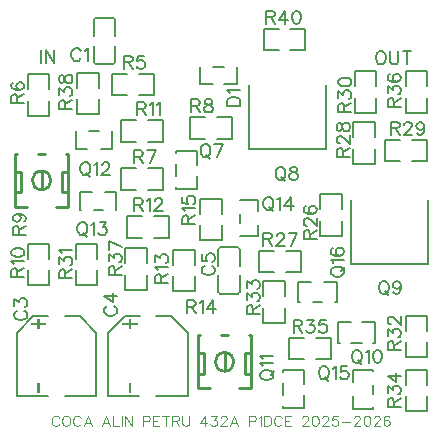
<source format=gto>
G04 Layer: TopSilkscreenLayer*
G04 EasyEDA v6.5.51, 2026-01-23 20:44:13*
G04 9b21f2c40fdd485a9a18e9c23a84d7e9,fbdf34f9d0754eb9a98e5c232fff75f3,10*
G04 Gerber Generator version 0.2*
G04 Scale: 100 percent, Rotated: No, Reflected: No *
G04 Dimensions in millimeters *
G04 leading zeros omitted , absolute positions ,4 integer and 5 decimal *
%FSLAX45Y45*%
%MOMM*%

%ADD10C,0.1030*%
%ADD11C,0.1520*%
%ADD12C,0.1524*%
%ADD13C,0.1270*%
%ADD14C,0.1520*%
%ADD15C,0.2540*%
%ADD16C,0.0144*%

%LPD*%
D10*
X632968Y299212D02*
G01*
X628904Y307339D01*
X620776Y315721D01*
X612647Y319786D01*
X596137Y319786D01*
X588010Y315721D01*
X579628Y307339D01*
X575563Y299212D01*
X571500Y286765D01*
X571500Y266446D01*
X575563Y254000D01*
X579628Y245871D01*
X588010Y237744D01*
X596137Y233426D01*
X612647Y233426D01*
X620776Y237744D01*
X628904Y245871D01*
X632968Y254000D01*
X684784Y319786D02*
G01*
X676655Y315721D01*
X668273Y307339D01*
X664210Y299212D01*
X660145Y286765D01*
X660145Y266446D01*
X664210Y254000D01*
X668273Y245871D01*
X676655Y237744D01*
X684784Y233426D01*
X701294Y233426D01*
X709421Y237744D01*
X717550Y245871D01*
X721613Y254000D01*
X725931Y266446D01*
X725931Y286765D01*
X721613Y299212D01*
X717550Y307339D01*
X709421Y315721D01*
X701294Y319786D01*
X684784Y319786D01*
X814578Y299212D02*
G01*
X810260Y307339D01*
X802131Y315721D01*
X794004Y319786D01*
X777494Y319786D01*
X769365Y315721D01*
X761237Y307339D01*
X756920Y299212D01*
X752855Y286765D01*
X752855Y266446D01*
X756920Y254000D01*
X761237Y245871D01*
X769365Y237744D01*
X777494Y233426D01*
X794004Y233426D01*
X802131Y237744D01*
X810260Y245871D01*
X814578Y254000D01*
X874521Y319786D02*
G01*
X841502Y233426D01*
X874521Y319786D02*
G01*
X907287Y233426D01*
X853947Y262381D02*
G01*
X894842Y262381D01*
X1030478Y319786D02*
G01*
X997457Y233426D01*
X1030478Y319786D02*
G01*
X1063244Y233426D01*
X1009904Y262381D02*
G01*
X1050797Y262381D01*
X1090421Y319786D02*
G01*
X1090421Y233426D01*
X1090421Y233426D02*
G01*
X1139444Y233426D01*
X1166621Y319786D02*
G01*
X1166621Y233426D01*
X1193800Y319786D02*
G01*
X1193800Y233426D01*
X1193800Y319786D02*
G01*
X1251204Y233426D01*
X1251204Y319786D02*
G01*
X1251204Y233426D01*
X1341628Y319786D02*
G01*
X1341628Y233426D01*
X1341628Y319786D02*
G01*
X1378457Y319786D01*
X1390650Y315721D01*
X1394968Y311404D01*
X1399031Y303276D01*
X1399031Y291084D01*
X1394968Y282702D01*
X1390650Y278637D01*
X1378457Y274573D01*
X1341628Y274573D01*
X1425955Y319786D02*
G01*
X1425955Y233426D01*
X1425955Y319786D02*
G01*
X1479550Y319786D01*
X1425955Y278637D02*
G01*
X1458976Y278637D01*
X1425955Y233426D02*
G01*
X1479550Y233426D01*
X1535176Y319786D02*
G01*
X1535176Y233426D01*
X1506473Y319786D02*
G01*
X1563878Y319786D01*
X1591055Y319786D02*
G01*
X1591055Y233426D01*
X1591055Y319786D02*
G01*
X1627886Y319786D01*
X1640331Y315721D01*
X1644395Y311404D01*
X1648460Y303276D01*
X1648460Y295147D01*
X1644395Y286765D01*
X1640331Y282702D01*
X1627886Y278637D01*
X1591055Y278637D01*
X1619757Y278637D02*
G01*
X1648460Y233426D01*
X1675637Y319786D02*
G01*
X1675637Y258063D01*
X1679702Y245871D01*
X1687829Y237744D01*
X1700276Y233426D01*
X1708404Y233426D01*
X1720850Y237744D01*
X1728978Y245871D01*
X1733042Y258063D01*
X1733042Y319786D01*
X1864360Y319786D02*
G01*
X1823465Y262381D01*
X1884934Y262381D01*
X1864360Y319786D02*
G01*
X1864360Y233426D01*
X1920239Y319786D02*
G01*
X1965452Y319786D01*
X1940813Y286765D01*
X1953006Y286765D01*
X1961388Y282702D01*
X1965452Y278637D01*
X1969515Y266446D01*
X1969515Y258063D01*
X1965452Y245871D01*
X1957070Y237744D01*
X1944877Y233426D01*
X1932686Y233426D01*
X1920239Y237744D01*
X1916176Y241807D01*
X1912112Y249936D01*
X2000758Y299212D02*
G01*
X2000758Y303276D01*
X2004822Y311404D01*
X2008886Y315721D01*
X2017013Y319786D01*
X2033524Y319786D01*
X2041652Y315721D01*
X2045970Y311404D01*
X2050034Y303276D01*
X2050034Y295147D01*
X2045970Y286765D01*
X2037588Y274573D01*
X1996693Y233426D01*
X2054097Y233426D01*
X2114041Y319786D02*
G01*
X2081022Y233426D01*
X2114041Y319786D02*
G01*
X2146808Y233426D01*
X2093468Y262381D02*
G01*
X2134615Y262381D01*
X2237231Y319786D02*
G01*
X2237231Y233426D01*
X2237231Y319786D02*
G01*
X2274061Y319786D01*
X2286254Y315721D01*
X2290572Y311404D01*
X2294636Y303276D01*
X2294636Y291084D01*
X2290572Y282702D01*
X2286254Y278637D01*
X2274061Y274573D01*
X2237231Y274573D01*
X2321559Y303276D02*
G01*
X2329941Y307339D01*
X2342134Y319786D01*
X2342134Y233426D01*
X2369311Y319786D02*
G01*
X2369311Y233426D01*
X2369311Y319786D02*
G01*
X2398013Y319786D01*
X2410206Y315721D01*
X2418588Y307339D01*
X2422652Y299212D01*
X2426715Y286765D01*
X2426715Y266446D01*
X2422652Y254000D01*
X2418588Y245871D01*
X2410206Y237744D01*
X2398013Y233426D01*
X2369311Y233426D01*
X2515361Y299212D02*
G01*
X2511297Y307339D01*
X2503170Y315721D01*
X2494788Y319786D01*
X2478531Y319786D01*
X2470150Y315721D01*
X2462022Y307339D01*
X2457958Y299212D01*
X2453893Y286765D01*
X2453893Y266446D01*
X2457958Y254000D01*
X2462022Y245871D01*
X2470150Y237744D01*
X2478531Y233426D01*
X2494788Y233426D01*
X2503170Y237744D01*
X2511297Y245871D01*
X2515361Y254000D01*
X2542540Y319786D02*
G01*
X2542540Y233426D01*
X2542540Y319786D02*
G01*
X2595879Y319786D01*
X2542540Y278637D02*
G01*
X2575306Y278637D01*
X2542540Y233426D02*
G01*
X2595879Y233426D01*
X2690368Y299212D02*
G01*
X2690368Y303276D01*
X2694431Y311404D01*
X2698495Y315721D01*
X2706624Y319786D01*
X2723134Y319786D01*
X2731261Y315721D01*
X2735325Y311404D01*
X2739390Y303276D01*
X2739390Y295147D01*
X2735325Y286765D01*
X2727197Y274573D01*
X2686050Y233426D01*
X2743708Y233426D01*
X2795270Y319786D02*
G01*
X2783077Y315721D01*
X2774695Y303276D01*
X2770631Y282702D01*
X2770631Y270510D01*
X2774695Y249936D01*
X2783077Y237744D01*
X2795270Y233426D01*
X2803652Y233426D01*
X2815843Y237744D01*
X2823972Y249936D01*
X2828290Y270510D01*
X2828290Y282702D01*
X2823972Y303276D01*
X2815843Y315721D01*
X2803652Y319786D01*
X2795270Y319786D01*
X2859277Y299212D02*
G01*
X2859277Y303276D01*
X2863595Y311404D01*
X2867659Y315721D01*
X2875788Y319786D01*
X2892297Y319786D01*
X2900425Y315721D01*
X2904490Y311404D01*
X2908554Y303276D01*
X2908554Y295147D01*
X2904490Y286765D01*
X2896361Y274573D01*
X2855213Y233426D01*
X2912618Y233426D01*
X2989072Y319786D02*
G01*
X2947924Y319786D01*
X2943859Y282702D01*
X2947924Y286765D01*
X2960370Y291084D01*
X2972561Y291084D01*
X2985008Y286765D01*
X2993136Y278637D01*
X2997200Y266446D01*
X2997200Y258063D01*
X2993136Y245871D01*
X2985008Y237744D01*
X2972561Y233426D01*
X2960370Y233426D01*
X2947924Y237744D01*
X2943859Y241807D01*
X2939795Y249936D01*
X3024377Y270510D02*
G01*
X3098291Y270510D01*
X3129534Y299212D02*
G01*
X3129534Y303276D01*
X3133597Y311404D01*
X3137661Y315721D01*
X3145790Y319786D01*
X3162300Y319786D01*
X3170427Y315721D01*
X3174491Y311404D01*
X3178809Y303276D01*
X3178809Y295147D01*
X3174491Y286765D01*
X3166363Y274573D01*
X3125470Y233426D01*
X3182874Y233426D01*
X3234436Y319786D02*
G01*
X3222243Y315721D01*
X3214115Y303276D01*
X3209797Y282702D01*
X3209797Y270510D01*
X3214115Y249936D01*
X3222243Y237744D01*
X3234436Y233426D01*
X3242818Y233426D01*
X3255009Y237744D01*
X3263138Y249936D01*
X3267456Y270510D01*
X3267456Y282702D01*
X3263138Y303276D01*
X3255009Y315721D01*
X3242818Y319786D01*
X3234436Y319786D01*
X3298443Y299212D02*
G01*
X3298443Y303276D01*
X3302761Y311404D01*
X3306825Y315721D01*
X3314954Y319786D01*
X3331463Y319786D01*
X3339591Y315721D01*
X3343656Y311404D01*
X3347720Y303276D01*
X3347720Y295147D01*
X3343656Y286765D01*
X3335527Y274573D01*
X3294379Y233426D01*
X3352038Y233426D01*
X3428238Y307339D02*
G01*
X3424174Y315721D01*
X3411727Y319786D01*
X3403600Y319786D01*
X3391408Y315721D01*
X3383025Y303276D01*
X3378961Y282702D01*
X3378961Y262381D01*
X3383025Y245871D01*
X3391408Y237744D01*
X3403600Y233426D01*
X3407663Y233426D01*
X3420109Y237744D01*
X3428238Y245871D01*
X3432302Y258063D01*
X3432302Y262381D01*
X3428238Y274573D01*
X3420109Y282702D01*
X3407663Y286765D01*
X3403600Y286765D01*
X3391408Y282702D01*
X3383025Y274573D01*
X3378961Y262381D01*
D11*
X482597Y3417300D02*
G01*
X482597Y3308334D01*
X516887Y3417300D02*
G01*
X516887Y3308334D01*
X516887Y3417300D02*
G01*
X589531Y3308334D01*
X589531Y3417300D02*
G01*
X589531Y3308334D01*
X3345931Y3404613D02*
G01*
X3335517Y3399533D01*
X3325103Y3389119D01*
X3319769Y3378705D01*
X3314689Y3362957D01*
X3314689Y3337049D01*
X3319769Y3321555D01*
X3325103Y3311141D01*
X3335517Y3300727D01*
X3345931Y3295647D01*
X3366759Y3295647D01*
X3376919Y3300727D01*
X3387333Y3311141D01*
X3392667Y3321555D01*
X3397747Y3337049D01*
X3397747Y3362957D01*
X3392667Y3378705D01*
X3387333Y3389119D01*
X3376919Y3399533D01*
X3366759Y3404613D01*
X3345931Y3404613D01*
X3432037Y3404613D02*
G01*
X3432037Y3326635D01*
X3437371Y3311141D01*
X3447785Y3300727D01*
X3463279Y3295647D01*
X3473693Y3295647D01*
X3489187Y3300727D01*
X3499601Y3311141D01*
X3504935Y3326635D01*
X3504935Y3404613D01*
X3575547Y3404613D02*
G01*
X3575547Y3295647D01*
X3539225Y3404613D02*
G01*
X3611869Y3404613D01*
D12*
X814567Y3404113D02*
G01*
X809233Y3414527D01*
X798819Y3424941D01*
X788659Y3430021D01*
X767831Y3430021D01*
X757417Y3424941D01*
X747003Y3414527D01*
X741669Y3404113D01*
X736589Y3388365D01*
X736589Y3362457D01*
X741669Y3346963D01*
X747003Y3336549D01*
X757417Y3326135D01*
X767831Y3321055D01*
X788659Y3321055D01*
X798819Y3326135D01*
X809233Y3336549D01*
X814567Y3346963D01*
X848857Y3409193D02*
G01*
X859271Y3414527D01*
X874765Y3430021D01*
X874765Y3321055D01*
X278892Y1208275D02*
G01*
X268478Y1202941D01*
X258063Y1192527D01*
X252984Y1182367D01*
X252984Y1161539D01*
X258063Y1151125D01*
X268478Y1140711D01*
X278892Y1135377D01*
X294639Y1130297D01*
X320547Y1130297D01*
X336042Y1135377D01*
X346455Y1140711D01*
X356870Y1151125D01*
X361950Y1161539D01*
X361950Y1182367D01*
X356870Y1192527D01*
X346455Y1202941D01*
X336042Y1208275D01*
X252984Y1252979D02*
G01*
X252984Y1310129D01*
X294639Y1278887D01*
X294639Y1294381D01*
X299720Y1304795D01*
X304800Y1310129D01*
X320547Y1315209D01*
X330962Y1315209D01*
X346455Y1310129D01*
X356870Y1299715D01*
X361950Y1283967D01*
X361950Y1268473D01*
X356870Y1252979D01*
X351789Y1247645D01*
X341376Y1242565D01*
X1040886Y1246372D02*
G01*
X1030472Y1241038D01*
X1020058Y1230624D01*
X1014978Y1220464D01*
X1014978Y1199636D01*
X1020058Y1189222D01*
X1030472Y1178808D01*
X1040886Y1173474D01*
X1056634Y1168394D01*
X1082542Y1168394D01*
X1098036Y1173474D01*
X1108450Y1178808D01*
X1118864Y1189222D01*
X1123944Y1199636D01*
X1123944Y1220464D01*
X1118864Y1230624D01*
X1108450Y1241038D01*
X1098036Y1246372D01*
X1014978Y1332478D02*
G01*
X1087622Y1280662D01*
X1087622Y1358640D01*
X1014978Y1332478D02*
G01*
X1123944Y1332478D01*
X1866386Y1589275D02*
G01*
X1855972Y1583941D01*
X1845558Y1573527D01*
X1840478Y1563367D01*
X1840478Y1542539D01*
X1845558Y1532125D01*
X1855972Y1521711D01*
X1866386Y1516377D01*
X1882134Y1511297D01*
X1908042Y1511297D01*
X1923536Y1516377D01*
X1933950Y1521711D01*
X1944364Y1532125D01*
X1949444Y1542539D01*
X1949444Y1563367D01*
X1944364Y1573527D01*
X1933950Y1583941D01*
X1923536Y1589275D01*
X1840478Y1685795D02*
G01*
X1840478Y1633979D01*
X1887214Y1628645D01*
X1882134Y1633979D01*
X1876800Y1649473D01*
X1876800Y1664967D01*
X1882134Y1680715D01*
X1892294Y1691129D01*
X1908042Y1696209D01*
X1918456Y1696209D01*
X1933950Y1691129D01*
X1944364Y1680715D01*
X1949444Y1664967D01*
X1949444Y1649473D01*
X1944364Y1633979D01*
X1939284Y1628645D01*
X1928870Y1623565D01*
X2056378Y2946400D02*
G01*
X2165344Y2946400D01*
X2056378Y2946400D02*
G01*
X2056378Y2982721D01*
X2061458Y2998470D01*
X2071872Y3008629D01*
X2082286Y3013963D01*
X2098034Y3019044D01*
X2123942Y3019044D01*
X2139436Y3013963D01*
X2149850Y3008629D01*
X2160264Y2998470D01*
X2165344Y2982721D01*
X2165344Y2946400D01*
X2077206Y3053334D02*
G01*
X2071872Y3063747D01*
X2056378Y3079496D01*
X2165344Y3079496D01*
X1860047Y2617215D02*
G01*
X1849633Y2612136D01*
X1839219Y2601721D01*
X1833885Y2591307D01*
X1828805Y2575560D01*
X1828805Y2549652D01*
X1833885Y2534157D01*
X1839219Y2523744D01*
X1849633Y2513329D01*
X1860047Y2508250D01*
X1880875Y2508250D01*
X1891035Y2513329D01*
X1901449Y2523744D01*
X1906783Y2534157D01*
X1911863Y2549652D01*
X1911863Y2575560D01*
X1906783Y2591307D01*
X1901449Y2601721D01*
X1891035Y2612136D01*
X1880875Y2617215D01*
X1860047Y2617215D01*
X1875541Y2528823D02*
G01*
X1906783Y2497836D01*
X2019051Y2617215D02*
G01*
X1966981Y2508250D01*
X1946153Y2617215D02*
G01*
X2019051Y2617215D01*
X2494894Y2426766D02*
G01*
X2484480Y2421432D01*
X2474066Y2411272D01*
X2468986Y2400858D01*
X2463906Y2385110D01*
X2463906Y2359202D01*
X2468986Y2343708D01*
X2474066Y2333294D01*
X2484480Y2322880D01*
X2494894Y2317546D01*
X2515722Y2317546D01*
X2526136Y2322880D01*
X2536550Y2333294D01*
X2541630Y2343708D01*
X2546964Y2359202D01*
X2546964Y2385110D01*
X2541630Y2400858D01*
X2536550Y2411272D01*
X2526136Y2421432D01*
X2515722Y2426766D01*
X2494894Y2426766D01*
X2510642Y2338374D02*
G01*
X2541630Y2307132D01*
X2607162Y2426766D02*
G01*
X2591668Y2421432D01*
X2586334Y2411272D01*
X2586334Y2400858D01*
X2591668Y2390444D01*
X2602082Y2385110D01*
X2622656Y2380030D01*
X2638404Y2374696D01*
X2648818Y2364282D01*
X2653898Y2354122D01*
X2653898Y2338374D01*
X2648818Y2327960D01*
X2643484Y2322880D01*
X2627990Y2317546D01*
X2607162Y2317546D01*
X2591668Y2322880D01*
X2586334Y2327960D01*
X2581254Y2338374D01*
X2581254Y2354122D01*
X2586334Y2364282D01*
X2596748Y2374696D01*
X2612496Y2380030D01*
X2633070Y2385110D01*
X2643484Y2390444D01*
X2648818Y2400858D01*
X2648818Y2411272D01*
X2643484Y2421432D01*
X2627990Y2426766D01*
X2607162Y2426766D01*
X3371194Y1461566D02*
G01*
X3360780Y1456232D01*
X3350366Y1446072D01*
X3345286Y1435658D01*
X3340206Y1419910D01*
X3340206Y1394002D01*
X3345286Y1378508D01*
X3350366Y1368094D01*
X3360780Y1357680D01*
X3371194Y1352346D01*
X3392022Y1352346D01*
X3402436Y1357680D01*
X3412850Y1368094D01*
X3417930Y1378508D01*
X3423264Y1394002D01*
X3423264Y1419910D01*
X3417930Y1435658D01*
X3412850Y1446072D01*
X3402436Y1456232D01*
X3392022Y1461566D01*
X3371194Y1461566D01*
X3386942Y1373174D02*
G01*
X3417930Y1341932D01*
X3525118Y1425244D02*
G01*
X3519784Y1409496D01*
X3509370Y1399082D01*
X3493876Y1394002D01*
X3488796Y1394002D01*
X3473048Y1399082D01*
X3462634Y1409496D01*
X3457554Y1425244D01*
X3457554Y1430324D01*
X3462634Y1446072D01*
X3473048Y1456232D01*
X3488796Y1461566D01*
X3493876Y1461566D01*
X3509370Y1456232D01*
X3519784Y1446072D01*
X3525118Y1425244D01*
X3525118Y1399082D01*
X3519784Y1373174D01*
X3509370Y1357680D01*
X3493876Y1352346D01*
X3483462Y1352346D01*
X3467968Y1357680D01*
X3462634Y1368094D01*
X3142574Y877315D02*
G01*
X3132160Y872236D01*
X3122000Y861821D01*
X3116666Y851407D01*
X3111586Y835660D01*
X3111586Y809752D01*
X3116666Y794257D01*
X3122000Y783844D01*
X3132160Y773429D01*
X3142574Y768350D01*
X3163402Y768350D01*
X3173816Y773429D01*
X3184230Y783844D01*
X3189310Y794257D01*
X3194644Y809752D01*
X3194644Y835660D01*
X3189310Y851407D01*
X3184230Y861821D01*
X3173816Y872236D01*
X3163402Y877315D01*
X3142574Y877315D01*
X3158322Y788923D02*
G01*
X3189310Y757936D01*
X3228934Y856487D02*
G01*
X3239348Y861821D01*
X3254842Y877315D01*
X3254842Y768350D01*
X3320374Y877315D02*
G01*
X3304880Y872236D01*
X3294466Y856487D01*
X3289132Y830579D01*
X3289132Y815086D01*
X3294466Y788923D01*
X3304880Y773429D01*
X3320374Y768350D01*
X3330788Y768350D01*
X3346282Y773429D01*
X3356696Y788923D01*
X3362030Y815086D01*
X3362030Y830579D01*
X3356696Y856487D01*
X3346282Y872236D01*
X3330788Y877315D01*
X3320374Y877315D01*
X2335778Y653542D02*
G01*
X2340858Y643128D01*
X2351272Y632713D01*
X2361686Y627379D01*
X2377434Y622300D01*
X2403342Y622300D01*
X2418836Y627379D01*
X2429250Y632713D01*
X2439664Y643128D01*
X2444744Y653542D01*
X2444744Y674370D01*
X2439664Y684529D01*
X2429250Y694944D01*
X2418836Y700278D01*
X2403342Y705357D01*
X2377434Y705357D01*
X2361686Y700278D01*
X2351272Y694944D01*
X2340858Y684529D01*
X2335778Y674370D01*
X2335778Y653542D01*
X2424170Y669036D02*
G01*
X2455158Y700278D01*
X2356606Y739647D02*
G01*
X2351272Y750062D01*
X2335778Y765810D01*
X2444744Y765810D01*
X2356606Y800100D02*
G01*
X2351272Y810260D01*
X2335778Y826007D01*
X2444744Y826007D01*
X1181100Y3366515D02*
G01*
X1181100Y3257550D01*
X1181100Y3366515D02*
G01*
X1227836Y3366515D01*
X1243329Y3361436D01*
X1248663Y3356102D01*
X1253744Y3345687D01*
X1253744Y3335273D01*
X1248663Y3324860D01*
X1243329Y3319779D01*
X1227836Y3314700D01*
X1181100Y3314700D01*
X1217421Y3314700D02*
G01*
X1253744Y3257550D01*
X1350518Y3366515D02*
G01*
X1298447Y3366515D01*
X1293368Y3319779D01*
X1298447Y3324860D01*
X1314195Y3330194D01*
X1329689Y3330194D01*
X1345184Y3324860D01*
X1355597Y3314700D01*
X1360931Y3298952D01*
X1360931Y3288537D01*
X1355597Y3273044D01*
X1345184Y3262629D01*
X1329689Y3257550D01*
X1314195Y3257550D01*
X1298447Y3262629D01*
X1293368Y3267710D01*
X1288034Y3278123D01*
X227584Y2971794D02*
G01*
X336550Y2971794D01*
X227584Y2971794D02*
G01*
X227584Y3018530D01*
X232663Y3034024D01*
X237997Y3039358D01*
X248412Y3044438D01*
X258826Y3044438D01*
X269239Y3039358D01*
X274320Y3034024D01*
X279400Y3018530D01*
X279400Y2971794D01*
X279400Y3008116D02*
G01*
X336550Y3044438D01*
X243078Y3141212D02*
G01*
X232663Y3135878D01*
X227584Y3120384D01*
X227584Y3109970D01*
X232663Y3094476D01*
X248412Y3084062D01*
X274320Y3078728D01*
X300228Y3078728D01*
X321055Y3084062D01*
X331470Y3094476D01*
X336550Y3109970D01*
X336550Y3115304D01*
X331470Y3130798D01*
X321055Y3141212D01*
X305562Y3146292D01*
X300228Y3146292D01*
X284734Y3141212D01*
X274320Y3130798D01*
X269239Y3115304D01*
X269239Y3109970D01*
X274320Y3094476D01*
X284734Y3084062D01*
X300228Y3078728D01*
X1270000Y2566415D02*
G01*
X1270000Y2457450D01*
X1270000Y2566415D02*
G01*
X1316736Y2566415D01*
X1332229Y2561336D01*
X1337563Y2556002D01*
X1342644Y2545587D01*
X1342644Y2535173D01*
X1337563Y2524760D01*
X1332229Y2519679D01*
X1316736Y2514600D01*
X1270000Y2514600D01*
X1306321Y2514600D02*
G01*
X1342644Y2457450D01*
X1449831Y2566415D02*
G01*
X1397762Y2457450D01*
X1376934Y2566415D02*
G01*
X1449831Y2566415D01*
X1752594Y2998210D02*
G01*
X1752594Y2889244D01*
X1752594Y2998210D02*
G01*
X1799330Y2998210D01*
X1814824Y2993130D01*
X1820158Y2987796D01*
X1825238Y2977382D01*
X1825238Y2966968D01*
X1820158Y2956554D01*
X1814824Y2951474D01*
X1799330Y2946394D01*
X1752594Y2946394D01*
X1788916Y2946394D02*
G01*
X1825238Y2889244D01*
X1885690Y2998210D02*
G01*
X1869942Y2993130D01*
X1864862Y2982716D01*
X1864862Y2972302D01*
X1869942Y2961888D01*
X1880356Y2956554D01*
X1901184Y2951474D01*
X1916678Y2946394D01*
X1927092Y2935980D01*
X1932426Y2925566D01*
X1932426Y2909818D01*
X1927092Y2899404D01*
X1922012Y2894324D01*
X1906264Y2889244D01*
X1885690Y2889244D01*
X1869942Y2894324D01*
X1864862Y2899404D01*
X1859528Y2909818D01*
X1859528Y2925566D01*
X1864862Y2935980D01*
X1875276Y2946394D01*
X1890770Y2951474D01*
X1911598Y2956554D01*
X1922012Y2961888D01*
X1927092Y2972302D01*
X1927092Y2982716D01*
X1922012Y2993130D01*
X1906264Y2998210D01*
X1885690Y2998210D01*
X240284Y1854200D02*
G01*
X349250Y1854200D01*
X240284Y1854200D02*
G01*
X240284Y1900936D01*
X245363Y1916429D01*
X250697Y1921763D01*
X261112Y1926844D01*
X271526Y1926844D01*
X281939Y1921763D01*
X287020Y1916429D01*
X292100Y1900936D01*
X292100Y1854200D01*
X292100Y1890521D02*
G01*
X349250Y1926844D01*
X276605Y2028697D02*
G01*
X292100Y2023618D01*
X302513Y2013204D01*
X307847Y1997710D01*
X307847Y1992376D01*
X302513Y1976881D01*
X292100Y1966468D01*
X276605Y1961134D01*
X271526Y1961134D01*
X255778Y1966468D01*
X245363Y1976881D01*
X240284Y1992376D01*
X240284Y1997710D01*
X245363Y2013204D01*
X255778Y2023618D01*
X276605Y2028697D01*
X302513Y2028697D01*
X328676Y2023618D01*
X344170Y2013204D01*
X349250Y1997710D01*
X349250Y1987296D01*
X344170Y1971547D01*
X333755Y1966468D01*
X227584Y1498610D02*
G01*
X336550Y1498610D01*
X227584Y1498610D02*
G01*
X227584Y1545346D01*
X232663Y1560840D01*
X237997Y1566174D01*
X248412Y1571254D01*
X258826Y1571254D01*
X269239Y1566174D01*
X274320Y1560840D01*
X279400Y1545346D01*
X279400Y1498610D01*
X279400Y1534932D02*
G01*
X336550Y1571254D01*
X248412Y1605544D02*
G01*
X243078Y1615958D01*
X227584Y1631706D01*
X336550Y1631706D01*
X227584Y1696984D02*
G01*
X232663Y1681490D01*
X248412Y1671076D01*
X274320Y1665996D01*
X289813Y1665996D01*
X315976Y1671076D01*
X331470Y1681490D01*
X336550Y1696984D01*
X336550Y1707398D01*
X331470Y1723146D01*
X315976Y1733560D01*
X289813Y1738640D01*
X274320Y1738640D01*
X248412Y1733560D01*
X232663Y1723146D01*
X227584Y1707398D01*
X227584Y1696984D01*
X1295397Y2972810D02*
G01*
X1295397Y2863844D01*
X1295397Y2972810D02*
G01*
X1342133Y2972810D01*
X1357627Y2967730D01*
X1362961Y2962396D01*
X1368041Y2951982D01*
X1368041Y2941568D01*
X1362961Y2931154D01*
X1357627Y2926074D01*
X1342133Y2920994D01*
X1295397Y2920994D01*
X1331719Y2920994D02*
G01*
X1368041Y2863844D01*
X1402331Y2951982D02*
G01*
X1412745Y2957316D01*
X1428493Y2972810D01*
X1428493Y2863844D01*
X1462783Y2951982D02*
G01*
X1473197Y2957316D01*
X1488691Y2972810D01*
X1488691Y2863844D01*
X1270000Y2160015D02*
G01*
X1270000Y2051050D01*
X1270000Y2160015D02*
G01*
X1316736Y2160015D01*
X1332229Y2154936D01*
X1337563Y2149602D01*
X1342644Y2139187D01*
X1342644Y2128773D01*
X1337563Y2118360D01*
X1332229Y2113279D01*
X1316736Y2108200D01*
X1270000Y2108200D01*
X1306321Y2108200D02*
G01*
X1342644Y2051050D01*
X1376934Y2139187D02*
G01*
X1387347Y2144521D01*
X1403095Y2160015D01*
X1403095Y2051050D01*
X1442465Y2134107D02*
G01*
X1442465Y2139187D01*
X1447800Y2149602D01*
X1452879Y2154936D01*
X1463294Y2160015D01*
X1484121Y2160015D01*
X1494536Y2154936D01*
X1499615Y2149602D01*
X1504950Y2139187D01*
X1504950Y2128773D01*
X1499615Y2118360D01*
X1489202Y2102865D01*
X1437386Y2051050D01*
X1510029Y2051050D01*
X1446784Y1447800D02*
G01*
X1555750Y1447800D01*
X1446784Y1447800D02*
G01*
X1446784Y1494536D01*
X1451863Y1510029D01*
X1457197Y1515363D01*
X1467612Y1520444D01*
X1478026Y1520444D01*
X1488439Y1515363D01*
X1493520Y1510029D01*
X1498600Y1494536D01*
X1498600Y1447800D01*
X1498600Y1484121D02*
G01*
X1555750Y1520444D01*
X1467612Y1554734D02*
G01*
X1462278Y1565147D01*
X1446784Y1580896D01*
X1555750Y1580896D01*
X1446784Y1625600D02*
G01*
X1446784Y1682750D01*
X1488439Y1651507D01*
X1488439Y1667002D01*
X1493520Y1677415D01*
X1498600Y1682750D01*
X1514347Y1687829D01*
X1524762Y1687829D01*
X1540255Y1682750D01*
X1550670Y1672336D01*
X1555750Y1656587D01*
X1555750Y1641094D01*
X1550670Y1625600D01*
X1545589Y1620265D01*
X1535176Y1615186D01*
X1714494Y1296410D02*
G01*
X1714494Y1187444D01*
X1714494Y1296410D02*
G01*
X1761230Y1296410D01*
X1776724Y1291330D01*
X1782058Y1285996D01*
X1787138Y1275582D01*
X1787138Y1265168D01*
X1782058Y1254754D01*
X1776724Y1249674D01*
X1761230Y1244594D01*
X1714494Y1244594D01*
X1750816Y1244594D02*
G01*
X1787138Y1187444D01*
X1821428Y1275582D02*
G01*
X1831842Y1280916D01*
X1847590Y1296410D01*
X1847590Y1187444D01*
X1933696Y1296410D02*
G01*
X1881880Y1223766D01*
X1959604Y1223766D01*
X1933696Y1296410D02*
G01*
X1933696Y1187444D01*
X1675381Y1943094D02*
G01*
X1784347Y1943094D01*
X1675381Y1943094D02*
G01*
X1675381Y1989830D01*
X1680461Y2005324D01*
X1685795Y2010658D01*
X1696209Y2015738D01*
X1706623Y2015738D01*
X1717037Y2010658D01*
X1722117Y2005324D01*
X1727197Y1989830D01*
X1727197Y1943094D01*
X1727197Y1979416D02*
G01*
X1784347Y2015738D01*
X1696209Y2050028D02*
G01*
X1690875Y2060442D01*
X1675381Y2076190D01*
X1784347Y2076190D01*
X1675381Y2172710D02*
G01*
X1675381Y2120894D01*
X1722117Y2115560D01*
X1717037Y2120894D01*
X1711703Y2136388D01*
X1711703Y2151882D01*
X1717037Y2167630D01*
X1727197Y2178044D01*
X1742945Y2183124D01*
X1753359Y2183124D01*
X1768853Y2178044D01*
X1779267Y2167630D01*
X1784347Y2151882D01*
X1784347Y2136388D01*
X1779267Y2120894D01*
X1774187Y2115560D01*
X1763773Y2110480D01*
X2704078Y1816107D02*
G01*
X2813044Y1816107D01*
X2704078Y1816107D02*
G01*
X2704078Y1862843D01*
X2709158Y1878337D01*
X2714492Y1883671D01*
X2724906Y1888751D01*
X2735320Y1888751D01*
X2745734Y1883671D01*
X2750814Y1878337D01*
X2755894Y1862843D01*
X2755894Y1816107D01*
X2755894Y1852429D02*
G01*
X2813044Y1888751D01*
X2729986Y1928375D02*
G01*
X2724906Y1928375D01*
X2714492Y1933455D01*
X2709158Y1938789D01*
X2704078Y1949203D01*
X2704078Y1969777D01*
X2709158Y1980191D01*
X2714492Y1985525D01*
X2724906Y1990605D01*
X2735320Y1990605D01*
X2745734Y1985525D01*
X2761228Y1975111D01*
X2813044Y1923041D01*
X2813044Y1995939D01*
X2719572Y2092459D02*
G01*
X2709158Y2087379D01*
X2704078Y2071631D01*
X2704078Y2061217D01*
X2709158Y2045723D01*
X2724906Y2035309D01*
X2750814Y2030229D01*
X2776722Y2030229D01*
X2797550Y2035309D01*
X2807964Y2045723D01*
X2813044Y2061217D01*
X2813044Y2066551D01*
X2807964Y2082045D01*
X2797550Y2092459D01*
X2782056Y2097793D01*
X2776722Y2097793D01*
X2761228Y2092459D01*
X2750814Y2082045D01*
X2745734Y2066551D01*
X2745734Y2061217D01*
X2750814Y2045723D01*
X2761228Y2035309D01*
X2776722Y2030229D01*
X2362200Y1867910D02*
G01*
X2362200Y1758944D01*
X2362200Y1867910D02*
G01*
X2408936Y1867910D01*
X2424429Y1862830D01*
X2429763Y1857496D01*
X2434843Y1847082D01*
X2434843Y1836668D01*
X2429763Y1826254D01*
X2424429Y1821174D01*
X2408936Y1816094D01*
X2362200Y1816094D01*
X2398522Y1816094D02*
G01*
X2434843Y1758944D01*
X2474468Y1842002D02*
G01*
X2474468Y1847082D01*
X2479547Y1857496D01*
X2484881Y1862830D01*
X2495295Y1867910D01*
X2515870Y1867910D01*
X2526284Y1862830D01*
X2531618Y1857496D01*
X2536697Y1847082D01*
X2536697Y1836668D01*
X2531618Y1826254D01*
X2521204Y1810760D01*
X2469134Y1758944D01*
X2542031Y1758944D01*
X2648965Y1867910D02*
G01*
X2597150Y1758944D01*
X2576322Y1867910D02*
G01*
X2648965Y1867910D01*
X2983478Y2514605D02*
G01*
X3092444Y2514605D01*
X2983478Y2514605D02*
G01*
X2983478Y2561341D01*
X2988558Y2576835D01*
X2993892Y2582169D01*
X3004306Y2587249D01*
X3014720Y2587249D01*
X3025134Y2582169D01*
X3030214Y2576835D01*
X3035294Y2561341D01*
X3035294Y2514605D01*
X3035294Y2550927D02*
G01*
X3092444Y2587249D01*
X3009386Y2626873D02*
G01*
X3004306Y2626873D01*
X2993892Y2631953D01*
X2988558Y2637287D01*
X2983478Y2647701D01*
X2983478Y2668275D01*
X2988558Y2678689D01*
X2993892Y2684023D01*
X3004306Y2689103D01*
X3014720Y2689103D01*
X3025134Y2684023D01*
X3040628Y2673609D01*
X3092444Y2621539D01*
X3092444Y2694437D01*
X2983478Y2754635D02*
G01*
X2988558Y2739141D01*
X2998972Y2733807D01*
X3009386Y2733807D01*
X3019800Y2739141D01*
X3025134Y2749555D01*
X3030214Y2770129D01*
X3035294Y2785877D01*
X3045708Y2796291D01*
X3056122Y2801371D01*
X3071870Y2801371D01*
X3082284Y2796291D01*
X3087364Y2790957D01*
X3092444Y2775463D01*
X3092444Y2754635D01*
X3087364Y2739141D01*
X3082284Y2733807D01*
X3071870Y2728727D01*
X3056122Y2728727D01*
X3045708Y2733807D01*
X3035294Y2744221D01*
X3030214Y2759715D01*
X3025134Y2780543D01*
X3019800Y2790957D01*
X3009386Y2796291D01*
X2998972Y2796291D01*
X2988558Y2790957D01*
X2983478Y2775463D01*
X2983478Y2754635D01*
X3441710Y2807715D02*
G01*
X3441710Y2698750D01*
X3441710Y2807715D02*
G01*
X3488446Y2807715D01*
X3503940Y2802636D01*
X3509274Y2797302D01*
X3514354Y2786887D01*
X3514354Y2776473D01*
X3509274Y2766060D01*
X3503940Y2760979D01*
X3488446Y2755900D01*
X3441710Y2755900D01*
X3478032Y2755900D02*
G01*
X3514354Y2698750D01*
X3553978Y2781807D02*
G01*
X3553978Y2786887D01*
X3559058Y2797302D01*
X3564392Y2802636D01*
X3574806Y2807715D01*
X3595380Y2807715D01*
X3605794Y2802636D01*
X3611128Y2797302D01*
X3616208Y2786887D01*
X3616208Y2776473D01*
X3611128Y2766060D01*
X3600714Y2750565D01*
X3548644Y2698750D01*
X3621542Y2698750D01*
X3723396Y2771394D02*
G01*
X3718062Y2755900D01*
X3707648Y2745486D01*
X3692154Y2740152D01*
X3686820Y2740152D01*
X3671326Y2745486D01*
X3660912Y2755900D01*
X3655832Y2771394D01*
X3655832Y2776473D01*
X3660912Y2792221D01*
X3671326Y2802636D01*
X3686820Y2807715D01*
X3692154Y2807715D01*
X3707648Y2802636D01*
X3718062Y2792221D01*
X3723396Y2771394D01*
X3723396Y2745486D01*
X3718062Y2719323D01*
X3707648Y2703829D01*
X3692154Y2698750D01*
X3681740Y2698750D01*
X3666246Y2703829D01*
X3660912Y2714244D01*
X2996178Y2895594D02*
G01*
X3105144Y2895594D01*
X2996178Y2895594D02*
G01*
X2996178Y2942330D01*
X3001258Y2957824D01*
X3006592Y2963158D01*
X3017006Y2968238D01*
X3027420Y2968238D01*
X3037834Y2963158D01*
X3042914Y2957824D01*
X3047994Y2942330D01*
X3047994Y2895594D01*
X3047994Y2931916D02*
G01*
X3105144Y2968238D01*
X2996178Y3012942D02*
G01*
X2996178Y3070092D01*
X3037834Y3039104D01*
X3037834Y3054598D01*
X3042914Y3065012D01*
X3047994Y3070092D01*
X3063742Y3075426D01*
X3074156Y3075426D01*
X3089650Y3070092D01*
X3100064Y3059678D01*
X3105144Y3044184D01*
X3105144Y3028690D01*
X3100064Y3012942D01*
X3094984Y3007862D01*
X3084570Y3002528D01*
X2996178Y3140704D02*
G01*
X3001258Y3125210D01*
X3017006Y3114796D01*
X3042914Y3109716D01*
X3058408Y3109716D01*
X3084570Y3114796D01*
X3100064Y3125210D01*
X3105144Y3140704D01*
X3105144Y3151118D01*
X3100064Y3166866D01*
X3084570Y3177280D01*
X3058408Y3182360D01*
X3042914Y3182360D01*
X3017006Y3177280D01*
X3001258Y3166866D01*
X2996178Y3151118D01*
X2996178Y3140704D01*
X633984Y1485910D02*
G01*
X742950Y1485910D01*
X633984Y1485910D02*
G01*
X633984Y1532646D01*
X639063Y1548140D01*
X644397Y1553474D01*
X654812Y1558554D01*
X665226Y1558554D01*
X675639Y1553474D01*
X680720Y1548140D01*
X685800Y1532646D01*
X685800Y1485910D01*
X685800Y1522232D02*
G01*
X742950Y1558554D01*
X633984Y1603258D02*
G01*
X633984Y1660408D01*
X675639Y1629420D01*
X675639Y1644914D01*
X680720Y1655328D01*
X685800Y1660408D01*
X701547Y1665742D01*
X711962Y1665742D01*
X727455Y1660408D01*
X737870Y1649994D01*
X742950Y1634500D01*
X742950Y1619006D01*
X737870Y1603258D01*
X732789Y1598178D01*
X722376Y1592844D01*
X654812Y1700032D02*
G01*
X649478Y1710446D01*
X633984Y1725940D01*
X742950Y1725940D01*
X3415276Y876307D02*
G01*
X3524242Y876307D01*
X3415276Y876307D02*
G01*
X3415276Y923043D01*
X3420356Y938537D01*
X3425690Y943871D01*
X3436104Y948951D01*
X3446518Y948951D01*
X3456932Y943871D01*
X3462012Y938537D01*
X3467092Y923043D01*
X3467092Y876307D01*
X3467092Y912629D02*
G01*
X3524242Y948951D01*
X3415276Y993655D02*
G01*
X3415276Y1050805D01*
X3456932Y1019817D01*
X3456932Y1035311D01*
X3462012Y1045725D01*
X3467092Y1050805D01*
X3482840Y1056139D01*
X3493254Y1056139D01*
X3508748Y1050805D01*
X3519162Y1040391D01*
X3524242Y1024897D01*
X3524242Y1009403D01*
X3519162Y993655D01*
X3514082Y988575D01*
X3503668Y983241D01*
X3441184Y1095509D02*
G01*
X3436104Y1095509D01*
X3425690Y1100843D01*
X3420356Y1105923D01*
X3415276Y1116337D01*
X3415276Y1137165D01*
X3420356Y1147579D01*
X3425690Y1152659D01*
X3436104Y1157993D01*
X3446518Y1157993D01*
X3456932Y1152659D01*
X3472426Y1142245D01*
X3524242Y1090429D01*
X3524242Y1163073D01*
X2221484Y1181110D02*
G01*
X2330450Y1181110D01*
X2221484Y1181110D02*
G01*
X2221484Y1227846D01*
X2226563Y1243340D01*
X2231897Y1248674D01*
X2242311Y1253754D01*
X2252725Y1253754D01*
X2263140Y1248674D01*
X2268220Y1243340D01*
X2273300Y1227846D01*
X2273300Y1181110D01*
X2273300Y1217432D02*
G01*
X2330450Y1253754D01*
X2221484Y1298458D02*
G01*
X2221484Y1355608D01*
X2263140Y1324620D01*
X2263140Y1340114D01*
X2268220Y1350528D01*
X2273300Y1355608D01*
X2289047Y1360942D01*
X2299461Y1360942D01*
X2314956Y1355608D01*
X2325370Y1345194D01*
X2330450Y1329700D01*
X2330450Y1314206D01*
X2325370Y1298458D01*
X2320290Y1293378D01*
X2309875Y1288044D01*
X2221484Y1405646D02*
G01*
X2221484Y1462796D01*
X2263140Y1431554D01*
X2263140Y1447048D01*
X2268220Y1457462D01*
X2273300Y1462796D01*
X2289047Y1467876D01*
X2299461Y1467876D01*
X2314956Y1462796D01*
X2325370Y1452382D01*
X2330450Y1436634D01*
X2330450Y1421140D01*
X2325370Y1405646D01*
X2320290Y1400312D01*
X2309875Y1395232D01*
X3415284Y393710D02*
G01*
X3524250Y393710D01*
X3415284Y393710D02*
G01*
X3415284Y440446D01*
X3420363Y455940D01*
X3425697Y461274D01*
X3436111Y466354D01*
X3446525Y466354D01*
X3456940Y461274D01*
X3462020Y455940D01*
X3467100Y440446D01*
X3467100Y393710D01*
X3467100Y430032D02*
G01*
X3524250Y466354D01*
X3415284Y511058D02*
G01*
X3415284Y568208D01*
X3456940Y537220D01*
X3456940Y552714D01*
X3462020Y563128D01*
X3467100Y568208D01*
X3482847Y573542D01*
X3493261Y573542D01*
X3508756Y568208D01*
X3519170Y557794D01*
X3524250Y542300D01*
X3524250Y526806D01*
X3519170Y511058D01*
X3514090Y505978D01*
X3503675Y500644D01*
X3415284Y659648D02*
G01*
X3487927Y607832D01*
X3487927Y685810D01*
X3415284Y659648D02*
G01*
X3524250Y659648D01*
X2616210Y1131315D02*
G01*
X2616210Y1022350D01*
X2616210Y1131315D02*
G01*
X2662946Y1131315D01*
X2678440Y1126236D01*
X2683774Y1120902D01*
X2688854Y1110487D01*
X2688854Y1100073D01*
X2683774Y1089660D01*
X2678440Y1084579D01*
X2662946Y1079500D01*
X2616210Y1079500D01*
X2652532Y1079500D02*
G01*
X2688854Y1022350D01*
X2733558Y1131315D02*
G01*
X2790708Y1131315D01*
X2759720Y1089660D01*
X2775214Y1089660D01*
X2785628Y1084579D01*
X2790708Y1079500D01*
X2796042Y1063752D01*
X2796042Y1053337D01*
X2790708Y1037844D01*
X2780294Y1027429D01*
X2764800Y1022350D01*
X2749306Y1022350D01*
X2733558Y1027429D01*
X2728478Y1032510D01*
X2723144Y1042923D01*
X2892562Y1131315D02*
G01*
X2840746Y1131315D01*
X2835412Y1084579D01*
X2840746Y1089660D01*
X2856240Y1094994D01*
X2871734Y1094994D01*
X2887482Y1089660D01*
X2897896Y1079500D01*
X2902976Y1063752D01*
X2902976Y1053337D01*
X2897896Y1037844D01*
X2887482Y1027429D01*
X2871734Y1022350D01*
X2856240Y1022350D01*
X2840746Y1027429D01*
X2835412Y1032510D01*
X2830332Y1042923D01*
X3415284Y2933700D02*
G01*
X3524250Y2933700D01*
X3415284Y2933700D02*
G01*
X3415284Y2980436D01*
X3420363Y2995929D01*
X3425697Y3001263D01*
X3436111Y3006344D01*
X3446525Y3006344D01*
X3456940Y3001263D01*
X3462020Y2995929D01*
X3467100Y2980436D01*
X3467100Y2933700D01*
X3467100Y2970021D02*
G01*
X3524250Y3006344D01*
X3415284Y3051047D02*
G01*
X3415284Y3108197D01*
X3456940Y3077210D01*
X3456940Y3092704D01*
X3462020Y3103118D01*
X3467100Y3108197D01*
X3482847Y3113531D01*
X3493261Y3113531D01*
X3508756Y3108197D01*
X3519170Y3097784D01*
X3524250Y3082289D01*
X3524250Y3066796D01*
X3519170Y3051047D01*
X3514090Y3045968D01*
X3503675Y3040634D01*
X3430777Y3210052D02*
G01*
X3420363Y3204971D01*
X3415284Y3189223D01*
X3415284Y3178810D01*
X3420363Y3163315D01*
X3436111Y3152902D01*
X3462020Y3147821D01*
X3487927Y3147821D01*
X3508756Y3152902D01*
X3519170Y3163315D01*
X3524250Y3178810D01*
X3524250Y3184144D01*
X3519170Y3199637D01*
X3508756Y3210052D01*
X3493261Y3215386D01*
X3487927Y3215386D01*
X3472434Y3210052D01*
X3462020Y3199637D01*
X3456940Y3184144D01*
X3456940Y3178810D01*
X3462020Y3163315D01*
X3472434Y3152902D01*
X3487927Y3147821D01*
X1053078Y1511305D02*
G01*
X1162044Y1511305D01*
X1053078Y1511305D02*
G01*
X1053078Y1558041D01*
X1058158Y1573535D01*
X1063492Y1578869D01*
X1073906Y1583949D01*
X1084320Y1583949D01*
X1094734Y1578869D01*
X1099814Y1573535D01*
X1104894Y1558041D01*
X1104894Y1511305D01*
X1104894Y1547627D02*
G01*
X1162044Y1583949D01*
X1053078Y1628653D02*
G01*
X1053078Y1685803D01*
X1094734Y1654815D01*
X1094734Y1670309D01*
X1099814Y1680723D01*
X1104894Y1685803D01*
X1120642Y1691137D01*
X1131056Y1691137D01*
X1146550Y1685803D01*
X1156964Y1675389D01*
X1162044Y1659895D01*
X1162044Y1644401D01*
X1156964Y1628653D01*
X1151884Y1623573D01*
X1141470Y1618239D01*
X1053078Y1798071D02*
G01*
X1162044Y1746255D01*
X1053078Y1725427D02*
G01*
X1053078Y1798071D01*
X633984Y2921000D02*
G01*
X742950Y2921000D01*
X633984Y2921000D02*
G01*
X633984Y2967736D01*
X639063Y2983229D01*
X644397Y2988563D01*
X654812Y2993644D01*
X665226Y2993644D01*
X675639Y2988563D01*
X680720Y2983229D01*
X685800Y2967736D01*
X685800Y2921000D01*
X685800Y2957321D02*
G01*
X742950Y2993644D01*
X633984Y3038347D02*
G01*
X633984Y3095497D01*
X675639Y3064510D01*
X675639Y3080004D01*
X680720Y3090418D01*
X685800Y3095497D01*
X701547Y3100831D01*
X711962Y3100831D01*
X727455Y3095497D01*
X737870Y3085084D01*
X742950Y3069589D01*
X742950Y3054096D01*
X737870Y3038347D01*
X732789Y3033268D01*
X722376Y3027934D01*
X633984Y3161029D02*
G01*
X639063Y3145536D01*
X649478Y3140202D01*
X659892Y3140202D01*
X670305Y3145536D01*
X675639Y3155950D01*
X680720Y3176523D01*
X685800Y3192271D01*
X696213Y3202686D01*
X706628Y3207765D01*
X722376Y3207765D01*
X732789Y3202686D01*
X737870Y3197352D01*
X742950Y3181857D01*
X742950Y3161029D01*
X737870Y3145536D01*
X732789Y3140202D01*
X722376Y3135121D01*
X706628Y3135121D01*
X696213Y3140202D01*
X685800Y3150615D01*
X680720Y3166110D01*
X675639Y3186937D01*
X670305Y3197352D01*
X659892Y3202686D01*
X649478Y3202686D01*
X639063Y3197352D01*
X633984Y3181857D01*
X633984Y3161029D01*
X2387594Y3747508D02*
G01*
X2387594Y3638542D01*
X2387594Y3747508D02*
G01*
X2434330Y3747508D01*
X2449824Y3742428D01*
X2455158Y3737094D01*
X2460238Y3726680D01*
X2460238Y3716266D01*
X2455158Y3705852D01*
X2449824Y3700772D01*
X2434330Y3695692D01*
X2387594Y3695692D01*
X2423916Y3695692D02*
G01*
X2460238Y3638542D01*
X2546598Y3747508D02*
G01*
X2494528Y3674864D01*
X2572506Y3674864D01*
X2546598Y3747508D02*
G01*
X2546598Y3638542D01*
X2638038Y3747508D02*
G01*
X2622544Y3742428D01*
X2612130Y3726680D01*
X2606796Y3700772D01*
X2606796Y3685278D01*
X2612130Y3659116D01*
X2622544Y3643622D01*
X2638038Y3638542D01*
X2648452Y3638542D01*
X2663946Y3643622D01*
X2674360Y3659116D01*
X2679694Y3685278D01*
X2679694Y3700772D01*
X2674360Y3726680D01*
X2663946Y3742428D01*
X2648452Y3747508D01*
X2638038Y3747508D01*
X844036Y2464815D02*
G01*
X833622Y2459736D01*
X823208Y2449321D01*
X817874Y2438907D01*
X812794Y2423160D01*
X812794Y2397252D01*
X817874Y2381757D01*
X823208Y2371344D01*
X833622Y2360929D01*
X844036Y2355850D01*
X864864Y2355850D01*
X875024Y2360929D01*
X885438Y2371344D01*
X890772Y2381757D01*
X895852Y2397252D01*
X895852Y2423160D01*
X890772Y2438907D01*
X885438Y2449321D01*
X875024Y2459736D01*
X864864Y2464815D01*
X844036Y2464815D01*
X859530Y2376423D02*
G01*
X890772Y2345436D01*
X930142Y2443987D02*
G01*
X940556Y2449321D01*
X956304Y2464815D01*
X956304Y2355850D01*
X995674Y2438907D02*
G01*
X995674Y2443987D01*
X1000754Y2454402D01*
X1006088Y2459736D01*
X1016502Y2464815D01*
X1037330Y2464815D01*
X1047744Y2459736D01*
X1052824Y2454402D01*
X1057904Y2443987D01*
X1057904Y2433573D01*
X1052824Y2423160D01*
X1042410Y2407665D01*
X990594Y2355850D01*
X1063238Y2355850D01*
X818634Y1956813D02*
G01*
X808220Y1951733D01*
X797806Y1941319D01*
X792472Y1930905D01*
X787392Y1915157D01*
X787392Y1889249D01*
X792472Y1873755D01*
X797806Y1863341D01*
X808220Y1852927D01*
X818634Y1847847D01*
X839462Y1847847D01*
X849622Y1852927D01*
X860036Y1863341D01*
X865370Y1873755D01*
X870450Y1889249D01*
X870450Y1915157D01*
X865370Y1930905D01*
X860036Y1941319D01*
X849622Y1951733D01*
X839462Y1956813D01*
X818634Y1956813D01*
X834128Y1868421D02*
G01*
X865370Y1837433D01*
X904740Y1935985D02*
G01*
X915154Y1941319D01*
X930902Y1956813D01*
X930902Y1847847D01*
X975352Y1956813D02*
G01*
X1032502Y1956813D01*
X1001514Y1915157D01*
X1017008Y1915157D01*
X1027422Y1910077D01*
X1032502Y1904997D01*
X1037836Y1889249D01*
X1037836Y1878835D01*
X1032502Y1863341D01*
X1022342Y1852927D01*
X1006594Y1847847D01*
X991100Y1847847D01*
X975352Y1852927D01*
X970272Y1858007D01*
X965192Y1868421D01*
X2393436Y2172715D02*
G01*
X2383022Y2167636D01*
X2372608Y2157221D01*
X2367274Y2146807D01*
X2362194Y2131060D01*
X2362194Y2105152D01*
X2367274Y2089657D01*
X2372608Y2079244D01*
X2383022Y2068829D01*
X2393436Y2063750D01*
X2414264Y2063750D01*
X2424424Y2068829D01*
X2434838Y2079244D01*
X2440172Y2089657D01*
X2445252Y2105152D01*
X2445252Y2131060D01*
X2440172Y2146807D01*
X2434838Y2157221D01*
X2424424Y2167636D01*
X2414264Y2172715D01*
X2393436Y2172715D01*
X2408930Y2084323D02*
G01*
X2440172Y2053336D01*
X2479542Y2151887D02*
G01*
X2489956Y2157221D01*
X2505704Y2172715D01*
X2505704Y2063750D01*
X2591810Y2172715D02*
G01*
X2539994Y2100071D01*
X2617718Y2100071D01*
X2591810Y2172715D02*
G01*
X2591810Y2063750D01*
X2863331Y737615D02*
G01*
X2852917Y732536D01*
X2842503Y722121D01*
X2837169Y711707D01*
X2832089Y695960D01*
X2832089Y670052D01*
X2837169Y654557D01*
X2842503Y644144D01*
X2852917Y633729D01*
X2863331Y628650D01*
X2884159Y628650D01*
X2894319Y633729D01*
X2904733Y644144D01*
X2910067Y654557D01*
X2915147Y670052D01*
X2915147Y695960D01*
X2910067Y711707D01*
X2904733Y722121D01*
X2894319Y732536D01*
X2884159Y737615D01*
X2863331Y737615D01*
X2878825Y649223D02*
G01*
X2910067Y618236D01*
X2949437Y716787D02*
G01*
X2959851Y722121D01*
X2975599Y737615D01*
X2975599Y628650D01*
X3072119Y737615D02*
G01*
X3020049Y737615D01*
X3014969Y690879D01*
X3020049Y695960D01*
X3035797Y701294D01*
X3051291Y701294D01*
X3067039Y695960D01*
X3077199Y685800D01*
X3082533Y670052D01*
X3082533Y659637D01*
X3077199Y644144D01*
X3067039Y633729D01*
X3051291Y628650D01*
X3035797Y628650D01*
X3020049Y633729D01*
X3014969Y638810D01*
X3009889Y649223D01*
X2932684Y1529836D02*
G01*
X2937763Y1519422D01*
X2948177Y1509008D01*
X2958591Y1503674D01*
X2974340Y1498594D01*
X3000247Y1498594D01*
X3015741Y1503674D01*
X3026156Y1509008D01*
X3036570Y1519422D01*
X3041650Y1529836D01*
X3041650Y1550664D01*
X3036570Y1560824D01*
X3026156Y1571238D01*
X3015741Y1576572D01*
X3000247Y1581652D01*
X2974340Y1581652D01*
X2958591Y1576572D01*
X2948177Y1571238D01*
X2937763Y1560824D01*
X2932684Y1550664D01*
X2932684Y1529836D01*
X3021075Y1545330D02*
G01*
X3052063Y1576572D01*
X2953511Y1615942D02*
G01*
X2948177Y1626356D01*
X2932684Y1642104D01*
X3041650Y1642104D01*
X2948177Y1738624D02*
G01*
X2937763Y1733544D01*
X2932684Y1717796D01*
X2932684Y1707382D01*
X2937763Y1691888D01*
X2953511Y1681474D01*
X2979420Y1676394D01*
X3005327Y1676394D01*
X3026156Y1681474D01*
X3036570Y1691888D01*
X3041650Y1707382D01*
X3041650Y1712716D01*
X3036570Y1728210D01*
X3026156Y1738624D01*
X3010661Y1743704D01*
X3005327Y1743704D01*
X2989834Y1738624D01*
X2979420Y1728210D01*
X2974340Y1712716D01*
X2974340Y1707382D01*
X2979420Y1691888D01*
X2989834Y1681474D01*
X3005327Y1676394D01*
G36*
X447903Y594512D02*
G01*
X447903Y515315D01*
X467715Y515315D01*
X467715Y594512D01*
G37*
G36*
X447903Y1135684D02*
G01*
X447903Y1056487D01*
X467715Y1056487D01*
X467715Y1135684D01*
G37*
G36*
X391820Y1106017D02*
G01*
X391820Y1086205D01*
X523798Y1086205D01*
X523798Y1106017D01*
G37*
G36*
X1222603Y594512D02*
G01*
X1222603Y515315D01*
X1242415Y515315D01*
X1242415Y594512D01*
G37*
G36*
X1222603Y1135684D02*
G01*
X1222603Y1056487D01*
X1242415Y1056487D01*
X1242415Y1135684D01*
G37*
G36*
X1166520Y1106017D02*
G01*
X1166520Y1086205D01*
X1298498Y1086205D01*
X1298498Y1106017D01*
G37*
X1106357Y3311372D02*
G01*
X1106357Y3452373D01*
X925636Y3452373D02*
G01*
X925636Y3311372D01*
X940876Y3296132D02*
G01*
X1091117Y3296132D01*
X1106357Y3673612D02*
G01*
X1106357Y3532611D01*
X925636Y3532611D02*
G01*
X925636Y3673612D01*
X940876Y3688852D02*
G01*
X1091117Y3688852D01*
X535673Y489938D02*
G01*
X272034Y487934D01*
X272034Y1023620D01*
X411479Y1163065D01*
X541020Y1161729D01*
X680369Y488551D02*
G01*
X947216Y487883D01*
X947216Y1023503D01*
X807603Y1163116D01*
X678179Y1163116D01*
X1310373Y489938D02*
G01*
X1046734Y487934D01*
X1046734Y1023620D01*
X1186179Y1163065D01*
X1315720Y1161729D01*
X1455069Y488551D02*
G01*
X1721916Y487883D01*
X1721916Y1023503D01*
X1582303Y1163116D01*
X1452879Y1163116D01*
X1979739Y1730519D02*
G01*
X1979739Y1589519D01*
X2160460Y1589519D02*
G01*
X2160460Y1730519D01*
X2145220Y1745759D02*
G01*
X1994979Y1745759D01*
X1979739Y1368280D02*
G01*
X1979739Y1509280D01*
X2160460Y1509280D02*
G01*
X2160460Y1368280D01*
X2145220Y1353040D02*
G01*
X1994979Y1353040D01*
X1828579Y3273021D02*
G01*
X1828579Y3127778D01*
X1931741Y3127778D01*
X2133820Y3273021D02*
G01*
X2133820Y3127778D01*
X2030658Y3127778D01*
X1935660Y3273021D02*
G01*
X2026739Y3273021D01*
D13*
X1623999Y2258537D02*
G01*
X1623999Y2241301D01*
X1801799Y2241301D01*
X1801799Y2353536D01*
X1623999Y2448537D02*
G01*
X1623999Y2352065D01*
X1801799Y2447063D02*
G01*
X1801799Y2558801D01*
X1623999Y2558801D01*
X1623999Y2542065D01*
D14*
X2895406Y3122107D02*
G01*
X2895406Y2582108D01*
X2235408Y2582108D01*
X2235408Y3122107D01*
X3759006Y2144207D02*
G01*
X3759006Y1604208D01*
X3099008Y1604208D01*
X3099008Y2144207D01*
D13*
X3291362Y938199D02*
G01*
X3308598Y938199D01*
X3308598Y1115999D01*
X3196363Y1115999D01*
X3101362Y938199D02*
G01*
X3197834Y938199D01*
X3102836Y1115999D02*
G01*
X2991098Y1115999D01*
X2991098Y938199D01*
X3007834Y938199D01*
X2525694Y404337D02*
G01*
X2525694Y387101D01*
X2703494Y387101D01*
X2703494Y499336D01*
X2525694Y594337D02*
G01*
X2525694Y497865D01*
X2703494Y592863D02*
G01*
X2703494Y704601D01*
X2525694Y704601D01*
X2525694Y687865D01*
D12*
X1209680Y3215909D02*
G01*
X1081186Y3215909D01*
X1081186Y3032490D01*
X1209680Y3032490D01*
X1304919Y3215909D02*
G01*
X1433413Y3215909D01*
X1433413Y3032490D01*
X1304919Y3032490D01*
X365490Y2987675D02*
G01*
X365490Y2859181D01*
X548909Y2859181D01*
X548909Y2987675D01*
X365490Y3082914D02*
G01*
X365490Y3211408D01*
X548909Y3211408D01*
X548909Y3082914D01*
X1285880Y2415809D02*
G01*
X1157386Y2415809D01*
X1157386Y2232390D01*
X1285880Y2232390D01*
X1381119Y2415809D02*
G01*
X1509613Y2415809D01*
X1509613Y2232390D01*
X1381119Y2232390D01*
X1870075Y2847604D02*
G01*
X1741581Y2847604D01*
X1741581Y2664185D01*
X1870075Y2664185D01*
X1965314Y2847604D02*
G01*
X2093808Y2847604D01*
X2093808Y2664185D01*
X1965314Y2664185D01*
D15*
X278470Y2537899D02*
G01*
X259097Y2537899D01*
X513494Y2537899D02*
G01*
X454700Y2537899D01*
X709096Y2537899D02*
G01*
X689719Y2537899D01*
X259097Y2387899D02*
G01*
X309097Y2387899D01*
X309097Y2212896D01*
X259097Y2212896D01*
X709096Y2212896D02*
G01*
X659096Y2212896D01*
X659096Y2387899D01*
X709096Y2387899D01*
X484093Y2387899D02*
G01*
X484093Y2237897D01*
X709096Y2537899D02*
G01*
X709096Y2087892D01*
X259097Y2537899D02*
G01*
X259097Y2087892D01*
X510994Y2537899D02*
G01*
X457200Y2537899D01*
X259097Y2087892D02*
G01*
X360982Y2087892D01*
X607212Y2087892D02*
G01*
X709096Y2087892D01*
D12*
X548909Y1647819D02*
G01*
X548909Y1776313D01*
X365490Y1776313D01*
X365490Y1647819D01*
X548909Y1552580D02*
G01*
X548909Y1424086D01*
X365490Y1424086D01*
X365490Y1552580D01*
X1381119Y2638790D02*
G01*
X1509613Y2638790D01*
X1509613Y2822209D01*
X1381119Y2822209D01*
X1285880Y2638790D02*
G01*
X1157386Y2638790D01*
X1157386Y2822209D01*
X1285880Y2822209D01*
X1431919Y1825990D02*
G01*
X1560413Y1825990D01*
X1560413Y2009409D01*
X1431919Y2009409D01*
X1336680Y1825990D02*
G01*
X1208186Y1825990D01*
X1208186Y2009409D01*
X1336680Y2009409D01*
X1597390Y1501780D02*
G01*
X1597390Y1373286D01*
X1780809Y1373286D01*
X1780809Y1501780D01*
X1597390Y1597019D02*
G01*
X1597390Y1725513D01*
X1780809Y1725513D01*
X1780809Y1597019D01*
D15*
X1827870Y1001199D02*
G01*
X1808497Y1001199D01*
X2062894Y1001199D02*
G01*
X2004100Y1001199D01*
X2258496Y1001199D02*
G01*
X2239119Y1001199D01*
X1808497Y851199D02*
G01*
X1858497Y851199D01*
X1858497Y676196D01*
X1808497Y676196D01*
X2258496Y676196D02*
G01*
X2208496Y676196D01*
X2208496Y851199D01*
X2258496Y851199D01*
X2033493Y851199D02*
G01*
X2033493Y701197D01*
X2258496Y1001199D02*
G01*
X2258496Y551192D01*
X1808497Y1001199D02*
G01*
X1808497Y551192D01*
X2060394Y1001199D02*
G01*
X2006600Y1001199D01*
X1808497Y551192D02*
G01*
X1910382Y551192D01*
X2156612Y551192D02*
G01*
X2258496Y551192D01*
D12*
X2009409Y2028819D02*
G01*
X2009409Y2157313D01*
X1825990Y2157313D01*
X1825990Y2028819D01*
X2009409Y1933580D02*
G01*
X2009409Y1805086D01*
X1825990Y1805086D01*
X1825990Y1933580D01*
X3025409Y2066919D02*
G01*
X3025409Y2195413D01*
X2841990Y2195413D01*
X2841990Y2066919D01*
X3025409Y1971680D02*
G01*
X3025409Y1843186D01*
X2841990Y1843186D01*
X2841990Y1971680D01*
X2549519Y1533890D02*
G01*
X2678013Y1533890D01*
X2678013Y1717309D01*
X2549519Y1717309D01*
X2454280Y1533890D02*
G01*
X2325786Y1533890D01*
X2325786Y1717309D01*
X2454280Y1717309D01*
X3304809Y2676519D02*
G01*
X3304809Y2805013D01*
X3121390Y2805013D01*
X3121390Y2676519D01*
X3304809Y2581280D02*
G01*
X3304809Y2452786D01*
X3121390Y2452786D01*
X3121390Y2581280D01*
X3616319Y2473690D02*
G01*
X3744813Y2473690D01*
X3744813Y2657109D01*
X3616319Y2657109D01*
X3521080Y2473690D02*
G01*
X3392586Y2473690D01*
X3392586Y2657109D01*
X3521080Y2657109D01*
X3317509Y3108319D02*
G01*
X3317509Y3236813D01*
X3134090Y3236813D01*
X3134090Y3108319D01*
X3317509Y3013080D02*
G01*
X3317509Y2884586D01*
X3134090Y2884586D01*
X3134090Y3013080D01*
X955309Y1647819D02*
G01*
X955309Y1776313D01*
X771890Y1776313D01*
X771890Y1647819D01*
X955309Y1552580D02*
G01*
X955309Y1424086D01*
X771890Y1424086D01*
X771890Y1552580D01*
X3749309Y1038219D02*
G01*
X3749309Y1166713D01*
X3565890Y1166713D01*
X3565890Y1038219D01*
X3749309Y942980D02*
G01*
X3749309Y814486D01*
X3565890Y814486D01*
X3565890Y942980D01*
X2542809Y1330319D02*
G01*
X2542809Y1458813D01*
X2359390Y1458813D01*
X2359390Y1330319D01*
X2542809Y1235080D02*
G01*
X2542809Y1106586D01*
X2359390Y1106586D01*
X2359390Y1235080D01*
X3749309Y581019D02*
G01*
X3749309Y709513D01*
X3565890Y709513D01*
X3565890Y581019D01*
X3749309Y485780D02*
G01*
X3749309Y357286D01*
X3565890Y357286D01*
X3565890Y485780D01*
X2803519Y797290D02*
G01*
X2932013Y797290D01*
X2932013Y980709D01*
X2803519Y980709D01*
X2708280Y797290D02*
G01*
X2579786Y797290D01*
X2579786Y980709D01*
X2708280Y980709D01*
X3749309Y3108319D02*
G01*
X3749309Y3236813D01*
X3565890Y3236813D01*
X3565890Y3108319D01*
X3749309Y3013080D02*
G01*
X3749309Y2884586D01*
X3565890Y2884586D01*
X3565890Y3013080D01*
X1374409Y1609719D02*
G01*
X1374409Y1738213D01*
X1190990Y1738213D01*
X1190990Y1609719D01*
X1374409Y1514480D02*
G01*
X1374409Y1385986D01*
X1190990Y1385986D01*
X1190990Y1514480D01*
X968009Y3095619D02*
G01*
X968009Y3224113D01*
X784590Y3224113D01*
X784590Y3095619D01*
X968009Y3000380D02*
G01*
X968009Y2871886D01*
X784590Y2871886D01*
X784590Y3000380D01*
X2587619Y3413490D02*
G01*
X2716113Y3413490D01*
X2716113Y3596909D01*
X2587619Y3596909D01*
X2492380Y3413490D02*
G01*
X2363886Y3413490D01*
X2363886Y3596909D01*
X2492380Y3596909D01*
D13*
X775337Y2728902D02*
G01*
X774700Y2728902D01*
X774700Y2576502D01*
X870336Y2576502D01*
X965337Y2728902D02*
G01*
X888865Y2728902D01*
X1079500Y2728902D02*
G01*
X1078864Y2728902D01*
X1079500Y2576502D02*
G01*
X1079500Y2728902D01*
X983863Y2576502D02*
G01*
X1079500Y2576502D01*
X1116962Y2058997D02*
G01*
X1117600Y2058997D01*
X1117600Y2211397D01*
X1021963Y2211397D01*
X926962Y2058997D02*
G01*
X1003434Y2058997D01*
X812800Y2058997D02*
G01*
X813435Y2058997D01*
X812800Y2211397D02*
G01*
X812800Y2058997D01*
X908436Y2211397D02*
G01*
X812800Y2211397D01*
X2160597Y1842137D02*
G01*
X2160597Y1841500D01*
X2312997Y1841500D01*
X2312997Y1937136D01*
X2160597Y2032137D02*
G01*
X2160597Y1955665D01*
X2160597Y2146300D02*
G01*
X2160597Y2145664D01*
X2312997Y2146300D02*
G01*
X2160597Y2146300D01*
X2312997Y2050663D02*
G01*
X2312997Y2146300D01*
X3287699Y697862D02*
G01*
X3287699Y711200D01*
X3122599Y711200D01*
X3122599Y602863D01*
X3287699Y507865D02*
G01*
X3287699Y584334D01*
X3122599Y489336D02*
G01*
X3122599Y381000D01*
X3287699Y381000D01*
X3287699Y394335D01*
X2971162Y1284300D02*
G01*
X2984500Y1284300D01*
X2984500Y1449400D01*
X2876163Y1449400D01*
X2781165Y1284300D02*
G01*
X2857634Y1284300D01*
X2762636Y1449400D02*
G01*
X2654300Y1449400D01*
X2654300Y1284300D01*
X2667634Y1284300D01*
D12*
G75*
G01*
X925637Y3311373D02*
G03*
X940877Y3296133I15240J0D01*
G75*
G01*
X1091118Y3296133D02*
G03*
X1106358Y3311373I0J15240D01*
G75*
G01*
X925637Y3673612D02*
G02*
X940877Y3688852I15240J0D01*
G75*
G01*
X1091118Y3688852D02*
G02*
X1106358Y3673612I0J-15240D01*
G75*
G01*
X2160460Y1730520D02*
G03*
X2145221Y1745760I-15240J0D01*
G75*
G01*
X1994979Y1745760D02*
G03*
X1979740Y1730520I1J-15240D01*
G75*
G01*
X2160460Y1368280D02*
G02*
X2145221Y1353040I-15240J0D01*
G75*
G01*
X1994979Y1353040D02*
G02*
X1979740Y1368280I1J15240D01*
D15*
G75*
G01*
X484096Y2233800D02*
G03*
X482826Y2233800I-635J79055D01*
G75*
G01*
X2033496Y697100D02*
G03*
X2032226Y697100I-635J79055D01*
M02*

</source>
